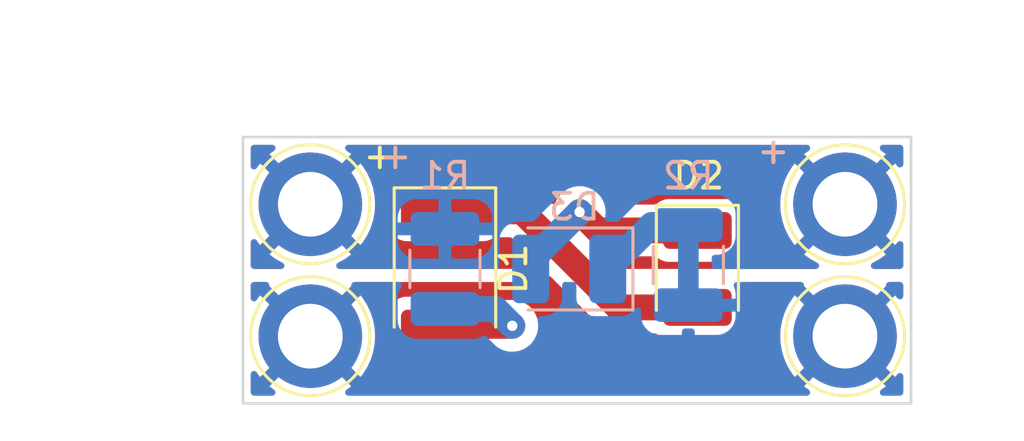
<source format=kicad_pcb>
(kicad_pcb (version 20221018) (generator pcbnew)
  (layers (0 "F.Cu" signal) (31 "B.Cu" signal) (34 "B.Paste" user) (35 "F.Paste" user) (36 "B.SilkS" user "B.Silkscreen") (37 "F.SilkS" user "F.Silkscreen") (38 "B.Mask" user) (39 "F.Mask" user) (44 "Edge.Cuts" user))
  (net 0 "")
  (net 1 "Net-(D1-K)")
  (net 2 "Net-(D1-A)")
  (net 3 "Net-(D2-K)")
  (net 4 "Net-(D3-K)")
  (net 5 "Net-(R1-Pad1)")
  (net 6 "Net-(R2-Pad2)")
  (footprint "TestPoint:TestPoint_Loop_D3.80mm_Drill2.5mm" (layer "F.Cu") (at 146.45 76.7)
    (fp_text reference "TP3" hide)
    (fp_text value "TestPoint")
    (fp_circle (center 0 0) (end 2.3 0) (stroke (width 0.12)) (fill none) (layer "F.SilkS"))
    (pad "1" thru_hole circle (at 0 0) (size 4 4) (drill 2.5) (layers "*.Cu" "*.Mask") (net 5 "Net-(R1-Pad1)"))
  )
  (footprint "TestPoint:TestPoint_Loop_D3.80mm_Drill2.5mm" (layer "F.Cu") (at 125.8 76.7)
    (fp_text reference "TP1" hide)
    (fp_text value "TestPoint")
    (fp_circle (center 0 0) (end 2.3 0) (stroke (width 0.12)) (fill none) (layer "F.SilkS"))
    (pad "1" thru_hole circle (at 0 0) (size 4 4) (drill 2.5) (layers "*.Cu" "*.Mask") (net 5 "Net-(R1-Pad1)"))
  )
  (footprint "LED_SMD:LED_1210_3225Metric_Pad1.42x2.65mm_HandSolder" (layer "F.Cu") (at 140.75 79.2 -90)
    (fp_text reference "D2" (at -3.6 -0.05 -180) (layer "F.SilkS"))
    (fp_text value "LED")
    (fp_line (start -2.46 -1.585) (end -2.46 1.585) (stroke (width 0.12)) (layer "F.SilkS"))
    (fp_line (start -2.46 1.585) (end 1.6 1.585) (stroke (width 0.12)) (layer "F.SilkS"))
    (fp_line (start 1.6 -1.585) (end -2.46 -1.585) (stroke (width 0.12)) (layer "F.SilkS"))
    (pad "1" smd roundrect (at -1.4875 0 270) (size 1.425 2.65) (layers "F.Cu" "F.Paste" "F.Mask") (roundrect_rratio 0.1754392982) (net 3 "Net-(D2-K)"))
    (pad "2" smd roundrect (at 1.4875 0 270) (size 1.425 2.65) (layers "F.Cu" "F.Paste" "F.Mask") (roundrect_rratio 0.1754392982) (net 1 "Net-(D1-K)"))
  )
  (footprint "TestPoint:TestPoint_Loop_D3.80mm_Drill2.5mm" (layer "F.Cu") (at 125.8 81.8)
    (fp_text reference "TP2" hide)
    (fp_text value "TestPoint")
    (fp_circle (center 0 0) (end 2.3 0) (stroke (width 0.12)) (fill none) (layer "F.SilkS"))
    (pad "1" thru_hole circle (at 0 0) (size 4 4) (drill 2.5) (layers "*.Cu" "*.Mask") (net 6 "Net-(R2-Pad2)"))
  )
  (footprint "TestPoint:TestPoint_Loop_D3.80mm_Drill2.5mm" (layer "F.Cu") (at 146.45 81.8)
    (fp_text reference "TP4" hide)
    (fp_text value "TestPoint")
    (fp_circle (center 0 0) (end 2.3 0) (stroke (width 0.12)) (fill none) (layer "F.SilkS"))
    (pad "1" thru_hole circle (at 0 0) (size 4 4) (drill 2.5) (layers "*.Cu" "*.Mask") (net 6 "Net-(R2-Pad2)"))
  )
  (footprint "LED_SMD:LED_1812_4532Metric_Pad1.30x3.40mm_HandSolder" (layer "F.Cu") (at 131 79.2 -90)
    (fp_text reference "D1" (at 0 -2.65 -90) (layer "F.SilkS"))
    (fp_text value "LED")
    (fp_line (start -3.135 -1.96) (end -3.135 1.96) (stroke (width 0.12)) (layer "F.SilkS"))
    (fp_line (start -3.135 1.96) (end 2.25 1.96) (stroke (width 0.12)) (layer "F.SilkS"))
    (fp_line (start 2.25 -1.96) (end -3.135 -1.96) (stroke (width 0.12)) (layer "F.SilkS"))
    (pad "1" smd roundrect (at -2.225 0 270) (size 1.3 3.4) (layers "F.Cu" "F.Paste" "F.Mask") (roundrect_rratio 0.1923076923) (net 1 "Net-(D1-K)"))
    (pad "2" smd roundrect (at 2.225 0 270) (size 1.3 3.4) (layers "F.Cu" "F.Paste" "F.Mask") (roundrect_rratio 0.1923076923) (net 2 "Net-(D1-A)"))
  )
  (footprint "Resistor_SMD:R_1210_3225Metric_Pad1.30x2.65mm_HandSolder" (layer "B.Cu") (at 131 79.2 -90)
    (fp_text reference "R1" (at -3.6 0 -180) (layer "B.SilkS") (effects (justify mirror)))
    (fp_text value "R")
    (fp_line (start -0.723737 -1.355) (end 0.723737 -1.355) (stroke (width 0.12)) (layer "B.SilkS"))
    (fp_line (start -0.723737 1.355) (end 0.723737 1.355) (stroke (width 0.12)) (layer "B.SilkS"))
    (pad "1" smd roundrect (at -1.55 0 270) (size 1.3 2.65) (layers "B.Cu" "B.Paste" "B.Mask") (roundrect_rratio 0.1923076923) (net 5 "Net-(R1-Pad1)"))
    (pad "2" smd roundrect (at 1.55 0 270) (size 1.3 2.65) (layers "B.Cu" "B.Paste" "B.Mask") (roundrect_rratio 0.1923076923) (net 2 "Net-(D1-A)"))
  )
  (footprint "LED_SMD:LED_1210_3225Metric_Pad1.42x2.65mm_HandSolder" (layer "B.Cu") (at 135.8 79.2 180)
    (fp_text reference "D3" (at -0.2 2.4) (layer "B.SilkS") (effects (justify mirror)))
    (fp_text value "LED")
    (fp_line (start -2.46 -1.585) (end 1.6 -1.585) (stroke (width 0.12)) (layer "B.SilkS"))
    (fp_line (start -2.46 1.585) (end -2.46 -1.585) (stroke (width 0.12)) (layer "B.SilkS"))
    (fp_line (start 1.6 1.585) (end -2.46 1.585) (stroke (width 0.12)) (layer "B.SilkS"))
    (pad "1" smd roundrect (at -1.4875 0 180) (size 1.425 2.65) (layers "B.Cu" "B.Paste" "B.Mask") (roundrect_rratio 0.1754392982) (net 4 "Net-(D3-K)"))
    (pad "2" smd roundrect (at 1.4875 0 180) (size 1.425 2.65) (layers "B.Cu" "B.Paste" "B.Mask") (roundrect_rratio 0.1754392982) (net 3 "Net-(D2-K)"))
  )
  (footprint "Resistor_SMD:R_1210_3225Metric_Pad1.30x2.65mm_HandSolder" (layer "B.Cu") (at 140.4 79.05 -90)
    (fp_text reference "R2" (at -3.45 0 -180) (layer "B.SilkS") (effects (justify mirror)))
    (fp_text value "R")
    (fp_line (start -0.723737 -1.355) (end 0.723737 -1.355) (stroke (width 0.12)) (layer "B.SilkS"))
    (fp_line (start -0.723737 1.355) (end 0.723737 1.355) (stroke (width 0.12)) (layer "B.SilkS"))
    (pad "1" smd roundrect (at -1.55 0 270) (size 1.3 2.65) (layers "B.Cu" "B.Paste" "B.Mask") (roundrect_rratio 0.1923076923) (net 4 "Net-(D3-K)"))
    (pad "2" smd roundrect (at 1.55 0 270) (size 1.3 2.65) (layers "B.Cu" "B.Paste" "B.Mask") (roundrect_rratio 0.1923076923) (net 6 "Net-(R2-Pad2)"))
  )
  (gr_line (start 140.4 77.6) (end 140.4 80.6) (stroke (width 0.8)) (layer "B.Cu"))
  (gr_line (start 149 74.1) (end 149 84.4) (stroke (width 0.1)) (layer "Edge.Cuts"))
  (gr_line (start 123.2 74.1) (end 149 74.1) (stroke (width 0.1)) (layer "Edge.Cuts"))
  (gr_line (start 123.2 84.4) (end 123.2 74.1) (stroke (width 0.1)) (layer "Edge.Cuts"))
  (gr_line (start 149 84.4) (end 123.2 84.4) (stroke (width 0.1)) (layer "Edge.Cuts"))
  (gr_text "+" (at 129.8 75.4) (layer "B.SilkS") (effects (font (size 1 1)) (justify left bottom mirror)))
  (gr_text "+" (at 144.4 75.2) (layer "B.SilkS") (effects (font (size 1 1)) (justify left bottom mirror)))
  (gr_text "+" (at 129.2 75.4) (layer "F.SilkS") (effects (font (size 1 1)) (justify left bottom mirror)))
  (gr_text "+" (at 144.4 75.2) (layer "F.SilkS") (effects (font (size 1 1)) (justify left bottom mirror)))
  (segment (start 137.6875 80.6875) (end 140.75 80.6875) (width 1) (layer "F.Cu") (net 1))
  (segment (start 133.975 76.975) (end 137.6875 80.6875) (width 1) (layer "F.Cu") (net 1))
  (segment (start 133.975 76.975) (end 131 76.975) (width 1) (layer "F.Cu") (net 1))
  (segment (start 131.025 81.4) (end 131 81.425) (width 1) (layer "F.Cu") (net 2))
  (segment (start 133.6 81.4) (end 131.025 81.4) (width 1) (layer "F.Cu") (net 2))
  (via (at 133.6 81.4) (size 0.8) (drill 0.4) (layers "F.Cu" "B.Cu") (net 2))
  (segment (start 133.6 81.4) (end 132.95 80.75) (width 1) (layer "B.Cu") (net 2))
  (segment (start 132.95 80.75) (end 131 80.75) (width 1) (layer "B.Cu") (net 2))
  (segment (start 136.9125 77.7125) (end 140.75 77.7125) (width 1) (layer "F.Cu") (net 3))
  (segment (start 136.2 77) (end 136.9125 77.7125) (width 1) (layer "F.Cu") (net 3))
  (via (at 136.2 77) (size 0.8) (drill 0.4) (layers "F.Cu" "B.Cu") (net 3))
  (segment (start 136.2 77) (end 134.3125 78.8875) (width 1) (layer "B.Cu") (net 3))
  (segment (start 134.3125 78.8875) (end 134.3125 79.2) (width 1) (layer "B.Cu") (net 3))
  (segment (start 137.2875 79.2) (end 138.9875 77.5) (width 1) (layer "B.Cu") (net 4))
  (segment (start 138.9875 77.5) (end 140.4 77.5) (width 1) (layer "B.Cu") (net 4))
  (zone (net 5) (net_name "Net-(R1-Pad1)") (layers "F&B.Cu") (priority 1) (connect_pads (clearance 0.5)) (min_thickness 0.25) (fill yes (thermal_gap 0.5) (thermal_bridge_width 0.5))
    (polygon (pts (xy 123.2 74.1) (xy 149 74.1) (xy 149 79.2) (xy 123.2 79.2)))
  )
  (zone (net 6) (net_name "Net-(R2-Pad2)") (layers "F&B.Cu") (connect_pads (clearance 0.5)) (min_thickness 0.25) (fill yes (thermal_gap 0.5) (thermal_bridge_width 0.5))
    (polygon (pts (xy 123.2 79.2) (xy 149 79.2) (xy 149 84.3) (xy 123.2 84.3)))
  )
)
</source>
